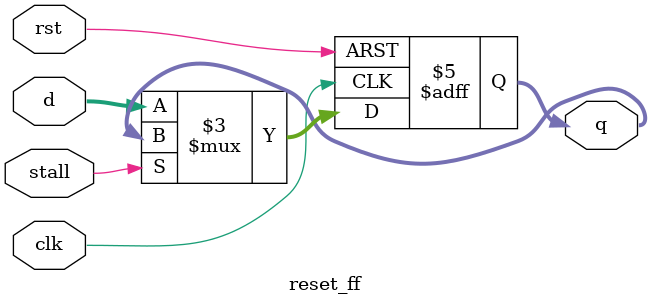
<source format=v>

module reset_ff #(parameter WIDTH = 8) (
    input       clk, rst,
    input       stall,                
    input  [WIDTH-1:0] d,
    output reg [WIDTH-1:0] q
);

always @(posedge clk or posedge rst) begin
    if (rst)
        q <= 0;
    else if (!stall)                  
        q <= d;
 
end

endmodule

</source>
